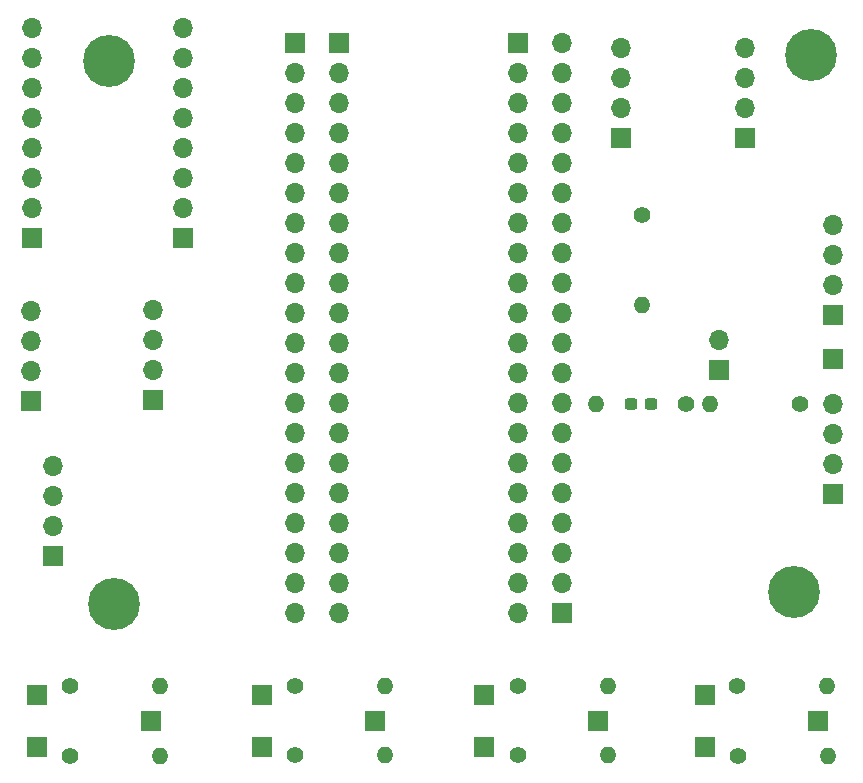
<source format=gbr>
%TF.GenerationSoftware,KiCad,Pcbnew,8.0.6*%
%TF.CreationDate,2024-12-18T15:27:08+01:00*%
%TF.ProjectId,RTR_submodule,5254525f-7375-4626-9d6f-64756c652e6b,rev?*%
%TF.SameCoordinates,Original*%
%TF.FileFunction,Soldermask,Bot*%
%TF.FilePolarity,Negative*%
%FSLAX46Y46*%
G04 Gerber Fmt 4.6, Leading zero omitted, Abs format (unit mm)*
G04 Created by KiCad (PCBNEW 8.0.6) date 2024-12-18 15:27:08*
%MOMM*%
%LPD*%
G01*
G04 APERTURE LIST*
G04 Aperture macros list*
%AMRoundRect*
0 Rectangle with rounded corners*
0 $1 Rounding radius*
0 $2 $3 $4 $5 $6 $7 $8 $9 X,Y pos of 4 corners*
0 Add a 4 corners polygon primitive as box body*
4,1,4,$2,$3,$4,$5,$6,$7,$8,$9,$2,$3,0*
0 Add four circle primitives for the rounded corners*
1,1,$1+$1,$2,$3*
1,1,$1+$1,$4,$5*
1,1,$1+$1,$6,$7*
1,1,$1+$1,$8,$9*
0 Add four rect primitives between the rounded corners*
20,1,$1+$1,$2,$3,$4,$5,0*
20,1,$1+$1,$4,$5,$6,$7,0*
20,1,$1+$1,$6,$7,$8,$9,0*
20,1,$1+$1,$8,$9,$2,$3,0*%
G04 Aperture macros list end*
%ADD10C,4.400000*%
%ADD11R,1.700000X1.700000*%
%ADD12O,1.700000X1.700000*%
%ADD13C,1.400000*%
%ADD14O,1.400000X1.400000*%
%ADD15RoundRect,0.237500X-0.300000X-0.237500X0.300000X-0.237500X0.300000X0.237500X-0.300000X0.237500X0*%
G04 APERTURE END LIST*
D10*
%TO.C,H4*%
X111500000Y-67500000D03*
%TD*%
%TO.C,H3*%
X169500000Y-112500000D03*
%TD*%
%TO.C,H2*%
X171000000Y-67000000D03*
%TD*%
%TO.C,H1*%
X112000000Y-113500000D03*
%TD*%
D11*
%TO.C,J7*%
X104991250Y-82525000D03*
D12*
X104991250Y-79985000D03*
X104991250Y-77445000D03*
X104991250Y-74905000D03*
X104991250Y-72365000D03*
X104991250Y-69825000D03*
X104991250Y-67285000D03*
X104991250Y-64745000D03*
%TD*%
D11*
%TO.C,CANG_J3*%
X171562500Y-123400000D03*
%TD*%
%TO.C,CANG_J1*%
X134100000Y-123400000D03*
%TD*%
D13*
%TO.C,Ter_R1*%
X127280000Y-120400000D03*
D14*
X134900000Y-120400000D03*
%TD*%
D13*
%TO.C,Ter_R6*%
X164752500Y-126350000D03*
D14*
X172372500Y-126350000D03*
%TD*%
D11*
%TO.C,SUB:J3*%
X104900000Y-96300000D03*
D12*
X104900000Y-93760000D03*
X104900000Y-91220000D03*
X104900000Y-88680000D03*
%TD*%
D11*
%TO.C,SUB:J2*%
X172800000Y-104140000D03*
D12*
X172800000Y-101600000D03*
X172800000Y-99060000D03*
X172800000Y-96520000D03*
%TD*%
D13*
%TO.C,Ter_R3*%
X146155000Y-120400000D03*
D14*
X153775000Y-120400000D03*
%TD*%
D11*
%TO.C,J8*%
X149900000Y-114260000D03*
D12*
X149900000Y-111720000D03*
X149900000Y-109180000D03*
X149900000Y-106640000D03*
X149900000Y-104100000D03*
X149900000Y-101560000D03*
X149900000Y-99020000D03*
X149900000Y-96480000D03*
X149900000Y-93940000D03*
X149900000Y-91400000D03*
X149900000Y-88860000D03*
X149900000Y-86320000D03*
X149900000Y-83780000D03*
X149900000Y-81240000D03*
X149900000Y-78700000D03*
X149900000Y-76160000D03*
X149900000Y-73620000D03*
X149900000Y-71080000D03*
X149900000Y-68540000D03*
X149900000Y-66000000D03*
%TD*%
D13*
%TO.C,Ter_R8*%
X108255000Y-126350000D03*
D14*
X115875000Y-126350000D03*
%TD*%
D11*
%TO.C,CANH_J2*%
X143275000Y-121200000D03*
%TD*%
D13*
%TO.C,SUB:R2*%
X160410000Y-96500000D03*
D14*
X152790000Y-96500000D03*
%TD*%
D13*
%TO.C,Ter_R5*%
X164742500Y-120400000D03*
D14*
X172362500Y-120400000D03*
%TD*%
D11*
%TO.C,J9*%
X127300000Y-66000000D03*
D12*
X127300000Y-68540000D03*
X127300000Y-71080000D03*
X127300000Y-73620000D03*
X127300000Y-76160000D03*
X127300000Y-78700000D03*
X127300000Y-81240000D03*
X127300000Y-83780000D03*
X127300000Y-86320000D03*
X127300000Y-88860000D03*
X127300000Y-91400000D03*
X127300000Y-93940000D03*
X127300000Y-96480000D03*
X127300000Y-99020000D03*
X127300000Y-101560000D03*
X127300000Y-104100000D03*
X127300000Y-106640000D03*
X127300000Y-109180000D03*
X127300000Y-111720000D03*
X127300000Y-114260000D03*
%TD*%
D13*
%TO.C,Ter_R7*%
X108255000Y-120400000D03*
D14*
X115875000Y-120400000D03*
%TD*%
D11*
%TO.C,SUB:J5*%
X154900000Y-74000000D03*
D12*
X154900000Y-71460000D03*
X154900000Y-68920000D03*
X154900000Y-66380000D03*
%TD*%
D11*
%TO.C,J2*%
X172800000Y-92700000D03*
%TD*%
D13*
%TO.C,SUB:R3*%
X156700000Y-80580000D03*
D14*
X156700000Y-88200000D03*
%TD*%
D11*
%TO.C,CANL_J1*%
X124500000Y-125600000D03*
%TD*%
D13*
%TO.C,SUB:R1*%
X170020000Y-96500000D03*
D14*
X162400000Y-96500000D03*
%TD*%
D11*
%TO.C,CANH_J1*%
X124500000Y-121200000D03*
%TD*%
%TO.C,CANG_J2*%
X152975000Y-123400000D03*
%TD*%
D13*
%TO.C,Ter_R4*%
X146155000Y-126300000D03*
D14*
X153775000Y-126300000D03*
%TD*%
D13*
%TO.C,Ter_R2*%
X127280000Y-126300000D03*
D14*
X134900000Y-126300000D03*
%TD*%
D11*
%TO.C,CANL_J3*%
X161962500Y-125600000D03*
%TD*%
%TO.C,J1*%
X163200000Y-93640000D03*
D12*
X163200000Y-91100000D03*
%TD*%
D11*
%TO.C,CANH_J3*%
X161962500Y-121200000D03*
%TD*%
%TO.C,J3*%
X131000000Y-66000000D03*
D12*
X131000000Y-68540000D03*
X131000000Y-71080000D03*
X131000000Y-73620000D03*
X131000000Y-76160000D03*
X131000000Y-78700000D03*
X131000000Y-81240000D03*
X131000000Y-83780000D03*
X131000000Y-86320000D03*
X131000000Y-88860000D03*
X131000000Y-91400000D03*
X131000000Y-93940000D03*
X131000000Y-96480000D03*
X131000000Y-99020000D03*
X131000000Y-101560000D03*
X131000000Y-104100000D03*
X131000000Y-106640000D03*
X131000000Y-109180000D03*
X131000000Y-111720000D03*
X131000000Y-114260000D03*
%TD*%
D11*
%TO.C,J5*%
X117791250Y-82525000D03*
D12*
X117791250Y-79985000D03*
X117791250Y-77445000D03*
X117791250Y-74905000D03*
X117791250Y-72365000D03*
X117791250Y-69825000D03*
X117791250Y-67285000D03*
X117791250Y-64745000D03*
%TD*%
D11*
%TO.C,SUB:J1*%
X172800000Y-89000000D03*
D12*
X172800000Y-86460000D03*
X172800000Y-83920000D03*
X172800000Y-81380000D03*
%TD*%
D11*
%TO.C,SUB:J7*%
X106765000Y-109435000D03*
D12*
X106765000Y-106895000D03*
X106765000Y-104355000D03*
X106765000Y-101815000D03*
%TD*%
D11*
%TO.C,SUB:J4*%
X115300000Y-96240000D03*
D12*
X115300000Y-93700000D03*
X115300000Y-91160000D03*
X115300000Y-88620000D03*
%TD*%
D11*
%TO.C,CANL_J4*%
X105475000Y-125600000D03*
%TD*%
%TO.C,J4*%
X146200000Y-66000000D03*
D12*
X146200000Y-68540000D03*
X146200000Y-71080000D03*
X146200000Y-73620000D03*
X146200000Y-76160000D03*
X146200000Y-78700000D03*
X146200000Y-81240000D03*
X146200000Y-83780000D03*
X146200000Y-86320000D03*
X146200000Y-88860000D03*
X146200000Y-91400000D03*
X146200000Y-93940000D03*
X146200000Y-96480000D03*
X146200000Y-99020000D03*
X146200000Y-101560000D03*
X146200000Y-104100000D03*
X146200000Y-106640000D03*
X146200000Y-109180000D03*
X146200000Y-111720000D03*
X146200000Y-114260000D03*
%TD*%
D11*
%TO.C,CANG_J4*%
X115075000Y-123400000D03*
%TD*%
%TO.C,CANH_J4*%
X105475000Y-121200000D03*
%TD*%
%TO.C,CANL_J2*%
X143275000Y-125600000D03*
%TD*%
%TO.C,SUB:J6*%
X165400000Y-74000000D03*
D12*
X165400000Y-71460000D03*
X165400000Y-68920000D03*
X165400000Y-66380000D03*
%TD*%
D15*
%TO.C,M:C11*%
X155737500Y-96500000D03*
X157462500Y-96500000D03*
%TD*%
M02*

</source>
